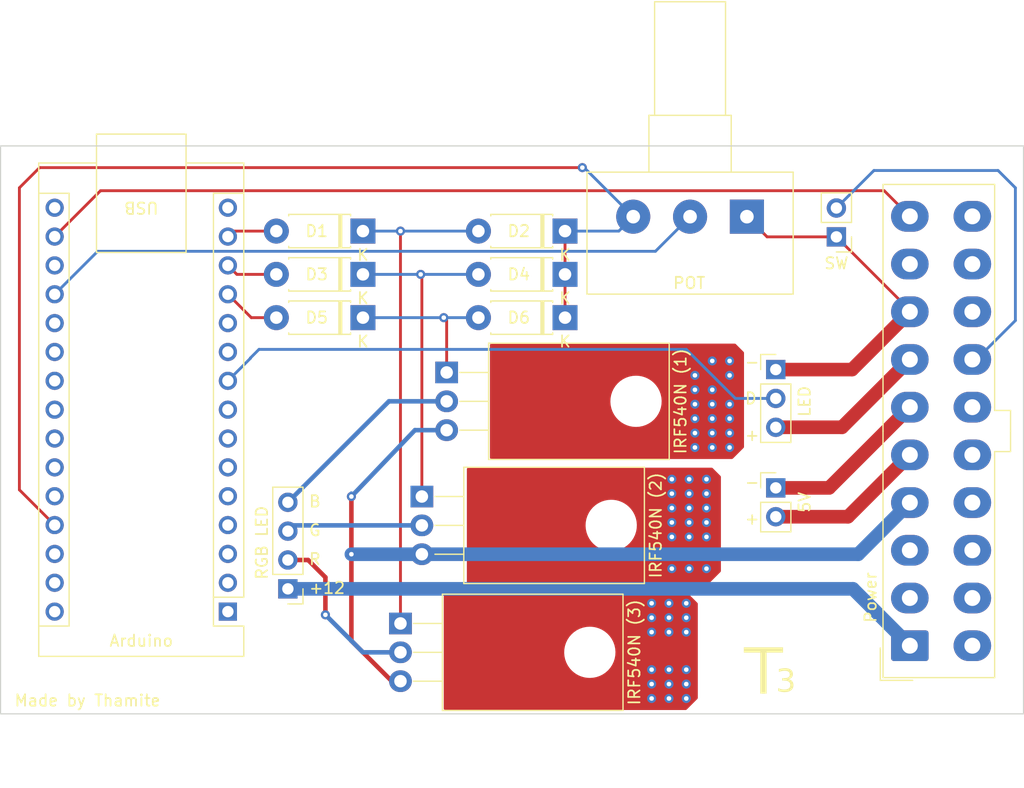
<source format=kicad_pcb>
(kicad_pcb (version 20221018) (generator pcbnew)
  (layers (0 "F.Cu" signal) (31 "B.Cu" signal) (34 "B.Paste" user) (35 "F.Paste" user) (36 "B.SilkS" user "B.Silkscreen") (37 "F.SilkS" user "F.Silkscreen") (38 "B.Mask" user) (39 "F.Mask" user) (44 "Edge.Cuts" user))
  (net 0 "")
  (net 1 "PAD1")
  (net 2 "PAD2")
  (net 3 "PAD3")
  (footprint "Package_TO_SOT_THT:TO-220-3_Horizontal_TabDown" (layer "F.Cu") (at 79.248 59.944 -90)
    (fp_text reference "IRF540N (1)" (at 2.54 -20.58 90) (layer "F.SilkS"))
    (fp_text value "TO-220-3_Horizontal_TabDown")
    (fp_line (start -2.58 -19.58) (end -2.58 -3.69) (stroke (width 0.12)) (layer "F.SilkS"))
    (fp_line (start -2.58 -19.58) (end 7.66 -19.58) (stroke (width 0.12)) (layer "F.SilkS"))
    (fp_line (start -2.58 -3.69) (end 7.66 -3.69) (stroke (width 0.12)) (layer "F.SilkS"))
    (fp_line (start 0 -3.69) (end 0 -1.15) (stroke (width 0.12)) (layer "F.SilkS"))
    (fp_line (start 2.54 -3.69) (end 2.54 -1.15) (stroke (width 0.12)) (layer "F.SilkS"))
    (fp_line (start 5.08 -3.69) (end 5.08 -1.15) (stroke (width 0.12)) (layer "F.SilkS"))
    (fp_line (start 7.66 -19.58) (end 7.66 -3.69) (stroke (width 0.12)) (layer "F.SilkS"))
    (pad "" np_thru_hole oval (at 2.54 -16.66 270) (size 3.5 3.5) (drill 3.5) (layers "*.Cu" "*.Mask"))
    (pad "1" thru_hole rect (at 0 0 270) (size 1.905 2) (drill 1.1) (layers "*.Cu" "*.Mask"))
    (pad "2" thru_hole oval (at 2.54 0 270) (size 1.905 2) (drill 1.1) (layers "*.Cu" "*.Mask"))
    (pad "3" thru_hole oval (at 5.08 0 270) (size 1.905 2) (drill 1.1) (layers "*.Cu" "*.Mask"))
  )
  (footprint "Diode_THT:D_DO-41_SOD81_P7.62mm_Horizontal" (layer "F.Cu") (at 89.662 51.308 180)
    (fp_text reference "D4" (at 4.064 0) (layer "F.SilkS"))
    (fp_text value "D_DO-41_SOD81_P7.62mm_Horizontal")
    (fp_text user "K" (at 0 -2.1) (layer "F.SilkS"))
    (fp_line (start 1.09 -1.47) (end 6.53 -1.47) (stroke (width 0.12)) (layer "F.SilkS"))
    (fp_line (start 1.09 -1.34) (end 1.09 -1.47) (stroke (width 0.12)) (layer "F.SilkS"))
    (fp_line (start 1.09 1.34) (end 1.09 1.47) (stroke (width 0.12)) (layer "F.SilkS"))
    (fp_line (start 1.09 1.47) (end 6.53 1.47) (stroke (width 0.12)) (layer "F.SilkS"))
    (fp_line (start 1.87 -1.47) (end 1.87 1.47) (stroke (width 0.12)) (layer "F.SilkS"))
    (fp_line (start 1.99 -1.47) (end 1.99 1.47) (stroke (width 0.12)) (layer "F.SilkS"))
    (fp_line (start 2.11 -1.47) (end 2.11 1.47) (stroke (width 0.12)) (layer "F.SilkS"))
    (fp_line (start 6.53 -1.47) (end 6.53 -1.34) (stroke (width 0.12)) (layer "F.SilkS"))
    (fp_line (start 6.53 1.47) (end 6.53 1.34) (stroke (width 0.12)) (layer "F.SilkS"))
    (pad "1" thru_hole rect (at 0 0 180) (size 2.2 2.2) (drill 1.1) (layers "*.Cu" "*.Mask"))
    (pad "2" thru_hole oval (at 7.62 0 180) (size 2.2 2.2) (drill 1.1) (layers "*.Cu" "*.Mask"))
  )
  (footprint "Connector_Molex:Molex_Mini-Fit_Jr_5566-20A_2x10_P4.20mm_Vertical" (layer "F.Cu") (at 120 84 90)
    (fp_text reference "Power" (at 4.244 -3.45 90) (layer "F.SilkS"))
    (fp_text value "Molex_Mini-Fit_Jr_5566-20A_2x10_P4.20mm_Vertical")
    (fp_line (start -3.05 -2.6) (end -3.05 0.25) (stroke (width 0.12)) (layer "F.SilkS"))
    (fp_line (start -2.81 -2.36) (end -2.81 7.46) (stroke (width 0.12)) (layer "F.SilkS"))
    (fp_line (start -2.81 7.46) (end 17.09 7.46) (stroke (width 0.12)) (layer "F.SilkS"))
    (fp_line (start -0.2 -2.6) (end -3.05 -2.6) (stroke (width 0.12)) (layer "F.SilkS"))
    (fp_line (start 17.09 7.46) (end 17.09 8.86) (stroke (width 0.12)) (layer "F.SilkS"))
    (fp_line (start 17.09 8.86) (end 18.9 8.86) (stroke (width 0.12)) (layer "F.SilkS"))
    (fp_line (start 18.9 -2.36) (end -2.81 -2.36) (stroke (width 0.12)) (layer "F.SilkS"))
    (fp_line (start 18.9 -2.36) (end 40.61 -2.36) (stroke (width 0.12)) (layer "F.SilkS"))
    (fp_line (start 20.71 7.46) (end 20.71 8.86) (stroke (width 0.12)) (layer "F.SilkS"))
    (fp_line (start 20.71 8.86) (end 18.9 8.86) (stroke (width 0.12)) (layer "F.SilkS"))
    (fp_line (start 40.61 -2.36) (end 40.61 7.46) (stroke (width 0.12)) (layer "F.SilkS"))
    (fp_line (start 40.61 7.46) (end 20.71 7.46) (stroke (width 0.12)) (layer "F.SilkS"))
    (pad "1" thru_hole roundrect (at 0 0 90) (size 2.7 3.3) (drill 1.4) (layers "*.Cu" "*.Mask") (roundrect_rratio 0.09259296296))
    (pad "2" thru_hole oval (at 4.2 0 90) (size 2.7 3.3) (drill 1.4) (layers "*.Cu" "*.Mask"))
    (pad "3" thru_hole oval (at 8.4 0 90) (size 2.7 3.3) (drill 1.4) (layers "*.Cu" "*.Mask"))
    (pad "4" thru_hole oval (at 12.6 0 90) (size 2.7 3.3) (drill 1.4) (layers "*.Cu" "*.Mask"))
    (pad "5" thru_hole oval (at 16.8 0 90) (size 2.7 3.3) (drill 1.4) (layers "*.Cu" "*.Mask"))
    (pad "6" thru_hole oval (at 21 0 90) (size 2.7 3.3) (drill 1.4) (layers "*.Cu" "*.Mask"))
    (pad "7" thru_hole oval (at 25.2 0 90) (size 2.7 3.3) (drill 1.4) (layers "*.Cu" "*.Mask"))
    (pad "8" thru_hole oval (at 29.4 0 90) (size 2.7 3.3) (drill 1.4) (layers "*.Cu" "*.Mask"))
    (pad "9" thru_hole oval (at 33.6 0 90) (size 2.7 3.3) (drill 1.4) (layers "*.Cu" "*.Mask"))
    (pad "10" thru_hole oval (at 37.8 0 90) (size 2.7 3.3) (drill 1.4) (layers "*.Cu" "*.Mask"))
    (pad "11" thru_hole oval (at 0 5.5 90) (size 2.7 3.3) (drill 1.4) (layers "*.Cu" "*.Mask"))
    (pad "12" thru_hole oval (at 4.2 5.5 90) (size 2.7 3.3) (drill 1.4) (layers "*.Cu" "*.Mask"))
    (pad "13" thru_hole oval (at 8.4 5.5 90) (size 2.7 3.3) (drill 1.4) (layers "*.Cu" "*.Mask"))
    (pad "14" thru_hole oval (at 12.6 5.5 90) (size 2.7 3.3) (drill 1.4) (layers "*.Cu" "*.Mask"))
    (pad "15" thru_hole oval (at 16.8 5.5 90) (size 2.7 3.3) (drill 1.4) (layers "*.Cu" "*.Mask"))
    (pad "16" thru_hole oval (at 21 5.5 90) (size 2.7 3.3) (drill 1.4) (layers "*.Cu" "*.Mask"))
    (pad "17" thru_hole oval (at 25.2 5.5 90) (size 2.7 3.3) (drill 1.4) (layers "*.Cu" "*.Mask"))
    (pad "18" thru_hole oval (at 29.4 5.5 90) (size 2.7 3.3) (drill 1.4) (layers "*.Cu" "*.Mask"))
    (pad "19" thru_hole oval (at 33.6 5.5 90) (size 2.7 3.3) (drill 1.4) (layers "*.Cu" "*.Mask"))
    (pad "20" thru_hole oval (at 37.8 5.5 90) (size 2.7 3.3) (drill 1.4) (layers "*.Cu" "*.Mask"))
  )
  (footprint "Connector_PinHeader_2.54mm:PinHeader_1x03_P2.54mm_Vertical" (layer "F.Cu") (at 108.204 59.69)
    (fp_text reference "LED" (at 2.54 2.794 90) (layer "F.SilkS"))
    (fp_text value "PinHeader_1x03_P2.54mm_Vertical")
    (fp_line (start -1.33 -1.33) (end 0 -1.33) (stroke (width 0.12)) (layer "F.SilkS"))
    (fp_line (start -1.33 0) (end -1.33 -1.33) (stroke (width 0.12)) (layer "F.SilkS"))
    (fp_line (start -1.33 1.27) (end -1.33 6.41) (stroke (width 0.12)) (layer "F.SilkS"))
    (fp_line (start -1.33 1.27) (end 1.33 1.27) (stroke (width 0.12)) (layer "F.SilkS"))
    (fp_line (start -1.33 6.41) (end 1.33 6.41) (stroke (width 0.12)) (layer "F.SilkS"))
    (fp_line (start 1.33 1.27) (end 1.33 6.41) (stroke (width 0.12)) (layer "F.SilkS"))
    (pad "1" thru_hole rect (at 0 0) (size 1.7 1.7) (drill 1) (layers "*.Cu" "*.Mask"))
    (pad "2" thru_hole oval (at 0 2.54) (size 1.7 1.7) (drill 1) (layers "*.Cu" "*.Mask"))
    (pad "3" thru_hole oval (at 0 5.08) (size 1.7 1.7) (drill 1) (layers "*.Cu" "*.Mask"))
  )
  (footprint "Module:Arduino_Nano" (layer "F.Cu") (at 60 81 180)
    (fp_text reference "Arduino" (at 7.62 -2.566) (layer "F.SilkS"))
    (fp_text value "Arduino_Nano")
    (fp_text user "USB" (at 7.62 35.56 180 unlocked) (layer "F.SilkS"))
    (fp_line (start -1.4 -3.94) (end -1.4 -1.27) (stroke (width 0.12)) (layer "F.SilkS"))
    (fp_line (start -1.4 1.27) (end -1.4 39.5) (stroke (width 0.12)) (layer "F.SilkS"))
    (fp_line (start -1.4 39.5) (end 3.68 39.5) (stroke (width 0.12)) (layer "F.SilkS"))
    (fp_line (start 1.27 -1.27) (end -1.4 -1.27) (stroke (width 0.12)) (layer "F.SilkS"))
    (fp_line (start 1.27 1.27) (end -1.4 1.27) (stroke (width 0.12)) (layer "F.SilkS"))
    (fp_line (start 1.27 1.27) (end 1.27 -1.27) (stroke (width 0.12)) (layer "F.SilkS"))
    (fp_line (start 1.27 1.27) (end 1.27 36.83) (stroke (width 0.12)) (layer "F.SilkS"))
    (fp_line (start 1.27 36.83) (end -1.4 36.83) (stroke (width 0.12)) (layer "F.SilkS"))
    (fp_line (start 3.68 31.62) (end 11.56 31.62) (stroke (width 0.12)) (layer "F.SilkS"))
    (fp_line (start 3.68 42.04) (end 3.68 31.62) (stroke (width 0.12)) (layer "F.SilkS"))
    (fp_line (start 11.56 31.62) (end 11.56 42.04) (stroke (width 0.12)) (layer "F.SilkS"))
    (fp_line (start 11.56 42.04) (end 3.68 42.04) (stroke (width 0.12)) (layer "F.SilkS"))
    (fp_line (start 13.97 -1.27) (end 13.97 36.83) (stroke (width 0.12)) (layer "F.SilkS"))
    (fp_line (start 13.97 -1.27) (end 16.64 -1.27) (stroke (width 0.12)) (layer "F.SilkS"))
    (fp_line (start 13.97 36.83) (end 16.64 36.83) (stroke (width 0.12)) (layer "F.SilkS"))
    (fp_line (start 16.64 -3.94) (end -1.4 -3.94) (stroke (width 0.12)) (layer "F.SilkS"))
    (fp_line (start 16.64 39.5) (end 11.56 39.5) (stroke (width 0.12)) (layer "F.SilkS"))
    (fp_line (start 16.64 39.5) (end 16.64 -3.94) (stroke (width 0.12)) (layer "F.SilkS"))
    (pad "1" thru_hole rect (at 0 0 180) (size 1.6 1.6) (drill 1) (layers "*.Cu" "*.Mask"))
    (pad "2" thru_hole oval (at 0 2.54 180) (size 1.6 1.6) (drill 1) (layers "*.Cu" "*.Mask"))
    (pad "3" thru_hole oval (at 0 5.08 180) (size 1.6 1.6) (drill 1) (layers "*.Cu" "*.Mask"))
    (pad "4" thru_hole oval (at 0 7.62 180) (size 1.6 1.6) (drill 1) (layers "*.Cu" "*.Mask"))
    (pad "5" thru_hole oval (at 0 10.16 180) (size 1.6 1.6) (drill 1) (layers "*.Cu" "*.Mask"))
    (pad "6" thru_hole oval (at 0 12.7 180) (size 1.6 1.6) (drill 1) (layers "*.Cu" "*.Mask"))
    (pad "7" thru_hole oval (at 0 15.24 180) (size 1.6 1.6) (drill 1) (layers "*.Cu" "*.Mask"))
    (pad "8" thru_hole oval (at 0 17.78 180) (size 1.6 1.6) (drill 1) (layers "*.Cu" "*.Mask"))
    (pad "9" thru_hole oval (at 0 20.32 180) (size 1.6 1.6) (drill 1) (layers "*.Cu" "*.Mask"))
    (pad "10" thru_hole oval (at 0 22.86 180) (size 1.6 1.6) (drill 1) (layers "*.Cu" "*.Mask"))
    (pad "11" thru_hole oval (at 0 25.4 180) (size 1.6 1.6) (drill 1) (layers "*.Cu" "*.Mask"))
    (pad "12" thru_hole oval (at 0 27.94 180) (size 1.6 1.6) (drill 1) (layers "*.Cu" "*.Mask"))
    (pad "13" thru_hole oval (at 0 30.48 180) (size 1.6 1.6) (drill 1) (layers "*.Cu" "*.Mask"))
    (pad "14" thru_hole oval (at 0 33.02 180) (size 1.6 1.6) (drill 1) (layers "*.Cu" "*.Mask"))
    (pad "15" thru_hole oval (at 0 35.56 180) (size 1.6 1.6) (drill 1) (layers "*.Cu" "*.Mask"))
    (pad "16" thru_hole oval (at 15.24 35.56 180) (size 1.6 1.6) (drill 1) (layers "*.Cu" "*.Mask"))
    (pad "17" thru_hole oval (at 15.24 33.02 180) (size 1.6 1.6) (drill 1) (layers "*.Cu" "*.Mask"))
    (pad "18" thru_hole oval (at 15.24 30.48 180) (size 1.6 1.6) (drill 1) (layers "*.Cu" "*.Mask"))
    (pad "19" thru_hole oval (at 15.24 27.94 180) (size 1.6 1.6) (drill 1) (layers "*.Cu" "*.Mask"))
    (pad "20" thru_hole oval (at 15.24 25.4 180) (size 1.6 1.6) (drill 1) (layers "*.Cu" "*.Mask"))
    (pad "21" thru_hole oval (at 15.24 22.86 180) (size 1.6 1.6) (drill 1) (layers "*.Cu" "*.Mask"))
    (pad "22" thru_hole oval (at 15.24 20.32 180) (size 1.6 1.6) (drill 1) (layers "*.Cu" "*.Mask"))
    (pad "23" thru_hole oval (at 15.24 17.78 180) (size 1.6 1.6) (drill 1) (layers "*.Cu" "*.Mask"))
    (pad "24" thru_hole oval (at 15.24 15.24 180) (size 1.6 1.6) (drill 1) (layers "*.Cu" "*.Mask"))
    (pad "25" thru_hole oval (at 15.24 12.7 180) (size 1.6 1.6) (drill 1) (layers "*.Cu" "*.Mask"))
    (pad "26" thru_hole oval (at 15.24 10.16 180) (size 1.6 1.6) (drill 1) (layers "*.Cu" "*.Mask"))
    (pad "27" thru_hole oval (at 15.24 7.62 180) (size 1.6 1.6) (drill 1) (layers "*.Cu" "*.Mask"))
    (pad "28" thru_hole oval (at 15.24 5.08 180) (size 1.6 1.6) (drill 1) (layers "*.Cu" "*.Mask"))
    (pad "29" thru_hole oval (at 15.24 2.54 180) (size 1.6 1.6) (drill 1) (layers "*.Cu" "*.Mask"))
    (pad "30" thru_hole oval (at 15.24 0 180) (size 1.6 1.6) (drill 1) (layers "*.Cu" "*.Mask"))
  )
  (footprint "Diode_THT:D_DO-41_SOD81_P7.62mm_Horizontal" (layer "F.Cu") (at 89.662 47.498 180)
    (fp_text reference "D2" (at 4.064 0) (layer "F.SilkS"))
    (fp_text value "D_DO-41_SOD81_P7.62mm_Horizontal")
    (fp_text user "K" (at 0 -2.1) (layer "F.SilkS"))
    (fp_line (start 1.09 -1.47) (end 6.53 -1.47) (stroke (width 0.12)) (layer "F.SilkS"))
    (fp_line (start 1.09 -1.34) (end 1.09 -1.47) (stroke (width 0.12)) (layer "F.SilkS"))
    (fp_line (start 1.09 1.34) (end 1.09 1.47) (stroke (width 0.12)) (layer "F.SilkS"))
    (fp_line (start 1.09 1.47) (end 6.53 1.47) (stroke (width 0.12)) (layer "F.SilkS"))
    (fp_line (start 1.87 -1.47) (end 1.87 1.47) (stroke (width 0.12)) (layer "F.SilkS"))
    (fp_line (start 1.99 -1.47) (end 1.99 1.47) (stroke (width 0.12)) (layer "F.SilkS"))
    (fp_line (start 2.11 -1.47) (end 2.11 1.47) (stroke (width 0.12)) (layer "F.SilkS"))
    (fp_line (start 6.53 -1.47) (end 6.53 -1.34) (stroke (width 0.12)) (layer "F.SilkS"))
    (fp_line (start 6.53 1.47) (end 6.53 1.34) (stroke (width 0.12)) (layer "F.SilkS"))
    (pad "1" thru_hole rect (at 0 0 180) (size 2.2 2.2) (drill 1.1) (layers "*.Cu" "*.Mask"))
    (pad "2" thru_hole oval (at 7.62 0 180) (size 2.2 2.2) (drill 1.1) (layers "*.Cu" "*.Mask"))
  )
  (footprint "Diode_THT:D_DO-41_SOD81_P7.62mm_Horizontal" (layer "F.Cu") (at 71.882 55.118 180)
    (fp_text reference "D5" (at 4.064 0) (layer "F.SilkS"))
    (fp_text value "D_DO-41_SOD81_P7.62mm_Horizontal")
    (fp_text user "K" (at 0 -2.1) (layer "F.SilkS"))
    (fp_line (start 1.09 -1.47) (end 6.53 -1.47) (stroke (width 0.12)) (layer "F.SilkS"))
    (fp_line (start 1.09 -1.34) (end 1.09 -1.47) (stroke (width 0.12)) (layer "F.SilkS"))
    (fp_line (start 1.09 1.34) (end 1.09 1.47) (stroke (width 0.12)) (layer "F.SilkS"))
    (fp_line (start 1.09 1.47) (end 6.53 1.47) (stroke (width 0.12)) (layer "F.SilkS"))
    (fp_line (start 1.87 -1.47) (end 1.87 1.47) (stroke (width 0.12)) (layer "F.SilkS"))
    (fp_line (start 1.99 -1.47) (end 1.99 1.47) (stroke (width 0.12)) (layer "F.SilkS"))
    (fp_line (start 2.11 -1.47) (end 2.11 1.47) (stroke (width 0.12)) (layer "F.SilkS"))
    (fp_line (start 6.53 -1.47) (end 6.53 -1.34) (stroke (width 0.12)) (layer "F.SilkS"))
    (fp_line (start 6.53 1.47) (end 6.53 1.34) (stroke (width 0.12)) (layer "F.SilkS"))
    (pad "1" thru_hole rect (at 0 0 180) (size 2.2 2.2) (drill 1.1) (layers "*.Cu" "*.Mask"))
    (pad "2" thru_hole oval (at 7.62 0 180) (size 2.2 2.2) (drill 1.1) (layers "*.Cu" "*.Mask"))
  )
  (footprint "Connector_PinHeader_2.54mm:PinHeader_1x04_P2.54mm_Vertical" (layer "F.Cu") (at 65.278 78.994 180)
    (fp_text reference "RGB LED" (at 2.286 4.064 90) (layer "F.SilkS"))
    (fp_text value "PinHeader_1x04_P2.54mm_Vertical")
    (fp_line (start -1.33 -1.33) (end 0 -1.33) (stroke (width 0.12)) (layer "F.SilkS"))
    (fp_line (start -1.33 0) (end -1.33 -1.33) (stroke (width 0.12)) (layer "F.SilkS"))
    (fp_line (start -1.33 1.27) (end -1.33 8.95) (stroke (width 0.12)) (layer "F.SilkS"))
    (fp_line (start -1.33 1.27) (end 1.33 1.27) (stroke (width 0.12)) (layer "F.SilkS"))
    (fp_line (start -1.33 8.95) (end 1.33 8.95) (stroke (width 0.12)) (layer "F.SilkS"))
    (fp_line (start 1.33 1.27) (end 1.33 8.95) (stroke (width 0.12)) (layer "F.SilkS"))
    (pad "1" thru_hole rect (at 0 0 180) (size 1.7 1.7) (drill 1) (layers "*.Cu" "*.Mask"))
    (pad "2" thru_hole oval (at 0 2.54 180) (size 1.7 1.7) (drill 1) (layers "*.Cu" "*.Mask"))
    (pad "3" thru_hole oval (at 0 5.08 180) (size 1.7 1.7) (drill 1) (layers "*.Cu" "*.Mask"))
    (pad "4" thru_hole oval (at 0 7.62 180) (size 1.7 1.7) (drill 1) (layers "*.Cu" "*.Mask"))
  )
  (footprint "Package_TO_SOT_THT:TO-220-3_Horizontal_TabDown" (layer "F.Cu") (at 77.066 70.866 -90)
    (fp_text reference "IRF540N (2)" (at 2.54 -20.58 90) (layer "F.SilkS"))
    (fp_text value "TO-220-3_Horizontal_TabDown")
    (fp_line (start -2.58 -19.58) (end -2.58 -3.69) (stroke (width 0.12)) (layer "F.SilkS"))
    (fp_line (start -2.58 -19.58) (end 7.66 -19.58) (stroke (width 0.12)) (layer "F.SilkS"))
    (fp_line (start -2.58 -3.69) (end 7.66 -3.69) (stroke (width 0.12)) (layer "F.SilkS"))
    (fp_line (start 0 -3.69) (end 0 -1.15) (stroke (width 0.12)) (layer "F.SilkS"))
    (fp_line (start 2.54 -3.69) (end 2.54 -1.15) (stroke (width 0.12)) (layer "F.SilkS"))
    (fp_line (start 5.08 -3.69) (end 5.08 -1.15) (stroke (width 0.12)) (layer "F.SilkS"))
    (fp_line (start 7.66 -19.58) (end 7.66 -3.69) (stroke (width 0.12)) (layer "F.SilkS"))
    (pad "" np_thru_hole oval (at 2.54 -16.66 270) (size 3.5 3.5) (drill 3.5) (layers "*.Cu" "*.Mask"))
    (pad "1" thru_hole rect (at 0 0 270) (size 1.905 2) (drill 1.1) (layers "*.Cu" "*.Mask"))
    (pad "2" thru_hole oval (at 2.54 0 270) (size 1.905 2) (drill 1.1) (layers "*.Cu" "*.Mask"))
    (pad "3" thru_hole oval (at 5.08 0 270) (size 1.905 2) (drill 1.1) (layers "*.Cu" "*.Mask"))
  )
  (footprint "Potentiometer_THT:Potentiometer_Alps_RK163_Single_Horizontal" (layer "F.Cu") (at 105.664 46.228 -90)
    (fp_text reference "POT" (at 5.842 5.08) (layer "F.SilkS"))
    (fp_text value "Potentiometer_Alps_RK163_Single_Horizontal")
    (fp_line (start -18.92 8.12) (end -18.92 1.88) (stroke (width 0.12)) (layer "F.SilkS"))
    (fp_line (start -8.92 1.88) (end -18.92 1.88) (stroke (width 0.12)) (layer "F.SilkS"))
    (fp_line (start -8.92 8.12) (end -18.92 8.12) (stroke (width 0.12)) (layer "F.SilkS"))
    (fp_line (start -8.92 8.62) (end -8.92 1.38) (stroke (width 0.12)) (layer "F.SilkS"))
    (fp_line (start -3.92 1.38) (end -8.92 1.38) (stroke (width 0.12)) (layer "F.SilkS"))
    (fp_line (start -3.92 8.62) (end -8.92 8.62) (stroke (width 0.12)) (layer "F.SilkS"))
    (fp_line (start -3.92 14.07) (end -3.92 -4.07) (stroke (width 0.12)) (layer "F.SilkS"))
    (fp_line (start 6.82 -4.07) (end -3.92 -4.07) (stroke (width 0.12)) (layer "F.SilkS"))
    (fp_line (start 6.82 14.07) (end -3.92 14.07) (stroke (width 0.12)) (layer "F.SilkS"))
    (fp_line (start 6.82 14.07) (end 6.82 -4.07) (stroke (width 0.12)) (layer "F.SilkS"))
    (pad "1" thru_hole rect (at 0 0 90) (size 3 3) (drill 1.2) (layers "*.Cu" "*.Mask"))
    (pad "2" thru_hole circle (at 0 5 90) (size 3 3) (drill 1.2) (layers "*.Cu" "*.Mask"))
    (pad "3" thru_hole circle (at 0 10 90) (size 3 3) (drill 1.2) (layers "*.Cu" "*.Mask"))
  )
  (footprint "Connector_PinHeader_2.54mm:PinHeader_1x02_P2.54mm_Vertical" (layer "F.Cu") (at 108.204 70.104)
    (fp_text reference "5V" (at 2.54 1.27 90) (layer "F.SilkS"))
    (fp_text value "PinHeader_1x02_P2.54mm_Vertical")
    (fp_line (start -1.33 -1.33) (end 0 -1.33) (stroke (width 0.12)) (layer "F.SilkS"))
    (fp_line (start -1.33 0) (end -1.33 -1.33) (stroke (width 0.12)) (layer "F.SilkS"))
    (fp_line (start -1.33 1.27) (end -1.33 3.87) (stroke (width 0.12)) (layer "F.SilkS"))
    (fp_line (start -1.33 1.27) (end 1.33 1.27) (stroke (width 0.12)) (layer "F.SilkS"))
    (fp_line (start -1.33 3.87) (end 1.33 3.87) (stroke (width 0.12)) (layer "F.SilkS"))
    (fp_line (start 1.33 1.27) (end 1.33 3.87) (stroke (width 0.12)) (layer "F.SilkS"))
    (pad "1" thru_hole rect (at 0 0) (size 1.7 1.7) (drill 1) (layers "*.Cu" "*.Mask"))
    (pad "2" thru_hole oval (at 0 2.54) (size 1.7 1.7) (drill 1) (layers "*.Cu" "*.Mask"))
  )
  (footprint "Connector_PinHeader_2.54mm:PinHeader_1x02_P2.54mm_Vertical" (layer "F.Cu") (at 113.538 48.006 180)
    (fp_text reference "SW" (at 0 -2.33) (layer "F.SilkS"))
    (fp_text value "Switch")
    (fp_line (start -1.33 -1.33) (end 0 -1.33) (stroke (width 0.12)) (layer "F.SilkS"))
    (fp_line (start -1.33 0) (end -1.33 -1.33) (stroke (width 0.12)) (layer "F.SilkS"))
    (fp_line (start -1.33 1.27) (end -1.33 3.87) (stroke (width 0.12)) (layer "F.SilkS"))
    (fp_line (start -1.33 1.27) (end 1.33 1.27) (stroke (width 0.12)) (layer "F.SilkS"))
    (fp_line (start -1.33 3.87) (end 1.33 3.87) (stroke (width 0.12)) (layer "F.SilkS"))
    (fp_line (start 1.33 1.27) (end 1.33 3.87) (stroke (width 0.12)) (layer "F.SilkS"))
    (pad "1" thru_hole rect (at 0 0 180) (size 1.7 1.7) (drill 1) (layers "*.Cu" "*.Mask"))
    (pad "2" thru_hole oval (at 0 2.54 180) (size 1.7 1.7) (drill 1) (layers "*.Cu" "*.Mask"))
  )
  (footprint "Package_TO_SOT_THT:TO-220-3_Horizontal_TabDown" (layer "F.Cu") (at 75.184 82.042 -90)
    (fp_text reference "IRF540N (3)" (at 2.54 -20.58 90) (layer "F.SilkS"))
    (fp_text value "TO-220-3_Horizontal_TabDown")
    (fp_line (start -2.58 -19.58) (end -2.58 -3.69) (stroke (width 0.12)) (layer "F.SilkS"))
    (fp_line (start -2.58 -19.58) (end 7.66 -19.58) (stroke (width 0.12)) (layer "F.SilkS"))
    (fp_line (start -2.58 -3.69) (end 7.66 -3.69) (stroke (width 0.12)) (layer "F.SilkS"))
    (fp_line (start 0 -3.69) (end 0 -1.15) (stroke (width 0.12)) (layer "F.SilkS"))
    (fp_line (start 2.54 -3.69) (end 2.54 -1.15) (stroke (width 0.12)) (layer "F.SilkS"))
    (fp_line (start 5.08 -3.69) (end 5.08 -1.15) (stroke (width 0.12)) (layer "F.SilkS"))
    (fp_line (start 7.66 -19.58) (end 7.66 -3.69) (stroke (width 0.12)) (layer "F.SilkS"))
    (pad "" np_thru_hole oval (at 2.54 -16.66 270) (size 3.5 3.5) (drill 3.5) (layers "*.Cu" "*.Mask"))
    (pad "1" thru_hole rect (at 0 0 270) (size 1.905 2) (drill 1.1) (layers "*.Cu" "*.Mask"))
    (pad "2" thru_hole oval (at 2.54 0 270) (size 1.905 2) (drill 1.1) (layers "*.Cu" "*.Mask"))
    (pad "3" thru_hole oval (at 5.08 0 270) (size 1.905 2) (drill 1.1) (layers "*.Cu" "*.Mask"))
  )
  (footprint "Diode_THT:D_DO-41_SOD81_P7.62mm_Horizontal" (layer "F.Cu") (at 71.882 51.308 180)
    (fp_text reference "D3" (at 4.064 0) (layer "F.SilkS"))
    (fp_text value "D_DO-41_SOD81_P7.62mm_Horizontal")
    (fp_text user "K" (at 0 -2.1) (layer "F.SilkS"))
    (fp_line (start 1.09 -1.47) (end 6.53 -1.47) (stroke (width 0.12)) (layer "F.SilkS"))
    (fp_line (start 1.09 -1.34) (end 1.09 -1.47) (stroke (width 0.12)) (layer "F.SilkS"))
    (fp_line (start 1.09 1.34) (end 1.09 1.47) (stroke (width 0.12)) (layer "F.SilkS"))
    (fp_line (start 1.09 1.47) (end 6.53 1.47) (stroke (width 0.12)) (layer "F.SilkS"))
    (fp_line (start 1.87 -1.47) (end 1.87 1.47) (stroke (width 0.12)) (layer "F.SilkS"))
    (fp_line (start 1.99 -1.47) (end 1.99 1.47) (stroke (width 0.12)) (layer "F.SilkS"))
    (fp_line (start 2.11 -1.47) (end 2.11 1.47) (stroke (width 0.12)) (layer "F.SilkS"))
    (fp_line (start 6.53 -1.47) (end 6.53 -1.34) (stroke (width 0.12)) (layer "F.SilkS"))
    (fp_line (start 6.53 1.47) (end 6.53 1.34) (stroke (width 0.12)) (layer "F.SilkS"))
    (pad "1" thru_hole rect (at 0 0 180) (size 2.2 2.2) (drill 1.1) (layers "*.Cu" "*.Mask"))
    (pad "2" thru_hole oval (at 7.62 0 180) (size 2.2 2.2) (drill 1.1) (layers "*.Cu" "*.Mask"))
  )
  (footprint "Diode_THT:D_DO-41_SOD81_P7.62mm_Horizontal" (layer "F.Cu") (at 71.882 47.498 180)
    (fp_text reference "D1" (at 4.064 0) (layer "F.SilkS"))
    (fp_text value "D_DO-41_SOD81_P7.62mm_Horizontal")
    (fp_text user "K" (at 0 -2.1) (layer "F.SilkS"))
    (fp_line (start 1.09 -1.47) (end 6.53 -1.47) (stroke (width 0.12)) (layer "F.SilkS"))
    (fp_line (start 1.09 -1.34) (end 1.09 -1.47) (stroke (width 0.12)) (layer "F.SilkS"))
    (fp_line (start 1.09 1.34) (end 1.09 1.47) (stroke (width 0.12)) (layer "F.SilkS"))
    (fp_line (start 1.09 1.47) (end 6.53 1.47) (stroke (width 0.12)) (layer "F.SilkS"))
    (fp_line (start 1.87 -1.47) (end 1.87 1.47) (stroke (width 0.12)) (layer "F.SilkS"))
    (fp_line (start 1.99 -1.47) (end 1.99 1.47) (stroke (width 0.12)) (layer "F.SilkS"))
    (fp_line (start 2.11 -1.47) (end 2.11 1.47) (stroke (width 0.12)) (layer "F.SilkS"))
    (fp_line (start 6.53 -1.47) (end 6.53 -1.34) (stroke (width 0.12)) (layer "F.SilkS"))
    (fp_line (start 6.53 1.47) (end 6.53 1.34) (stroke (width 0.12)) (layer "F.SilkS"))
    (pad "1" thru_hole rect (at 0 0 180) (size 2.2 2.2) (drill 1.1) (layers "*.Cu" "*.Mask"))
    (pad "2" thru_hole oval (at 7.62 0 180) (size 2.2 2.2) (drill 1.1) (layers "*.Cu" "*.Mask"))
  )
  (footprint "Diode_THT:D_DO-41_SOD81_P7.62mm_Horizontal" (layer "F.Cu") (at 89.662 55.118 180)
    (fp_text reference "D6" (at 4.064 0) (layer "F.SilkS"))
    (fp_text value "D_DO-41_SOD81_P7.62mm_Horizontal")
    (fp_text user "K" (at 0 -2.1) (layer "F.SilkS"))
    (fp_line (start 1.09 -1.47) (end 6.53 -1.47) (stroke (width 0.12)) (layer "F.SilkS"))
    (fp_line (start 1.09 -1.34) (end 1.09 -1.47) (stroke (width 0.12)) (layer "F.SilkS"))
    (fp_line (start 1.09 1.34) (end 1.09 1.47) (stroke (width 0.12)) (layer "F.SilkS"))
    (fp_line (start 1.09 1.47) (end 6.53 1.47) (stroke (width 0.12)) (layer "F.SilkS"))
    (fp_line (start 1.87 -1.47) (end 1.87 1.47) (stroke (width 0.12)) (layer "F.SilkS"))
    (fp_line (start 1.99 -1.47) (end 1.99 1.47) (stroke (width 0.12)) (layer "F.SilkS"))
    (fp_line (start 2.11 -1.47) (end 2.11 1.47) (stroke (width 0.12)) (layer "F.SilkS"))
    (fp_line (start 6.53 -1.47) (end 6.53 -1.34) (stroke (width 0.12)) (layer "F.SilkS"))
    (fp_line (start 6.53 1.47) (end 6.53 1.34) (stroke (width 0.12)) (layer "F.SilkS"))
    (pad "1" thru_hole rect (at 0 0 180) (size 2.2 2.2) (drill 1.1) (layers "*.Cu" "*.Mask"))
    (pad "2" thru_hole oval (at 7.62 0 180) (size 2.2 2.2) (drill 1.1) (layers "*.Cu" "*.Mask"))
  )
  (gr_rect locked (start 40 40) (end 130 90) (stroke (width 0.1)) (fill none) (layer "Edge.Cuts"))
  (gr_text "-\n\n+" (at 105.41 73.406) (layer "F.SilkS") (effects (font (size 1 1)) (justify left bottom)))
  (gr_text "3" (at 108.204 88.392) (layer "F.SilkS") (effects (font (size 2 2)) (justify left bottom)))
  (gr_text "Made by Thamite" (at 41.148 89.408) (layer "F.SilkS") (effects (font (size 1 1)) (justify left bottom)))
  (gr_text "-\n\nD\n\n+\n" (at 105.41 66.04) (layer "F.SilkS") (effects (font (size 1 1)) (justify left bottom)))
  (gr_text "G\n" (at 67.056 74.422) (layer "F.SilkS") (effects (font (size 1 1)) (justify left bottom)))
  (gr_text "R" (at 67.056 76.962) (layer "F.SilkS") (effects (font (size 1 1)) (justify left bottom)))
  (gr_text "B" (at 67.056 71.882) (layer "F.SilkS") (effects (font (size 1 1)) (justify left bottom)))
  (gr_text "+12" (at 67.056 79.502) (layer "F.SilkS") (effects (font (size 1 1)) (justify left bottom)))
  (gr_text "T" (at 105.41 88.9) (layer "F.SilkS") (effects (font (size 4 4)) (justify left bottom)))
  (segment (start 120 46.2) (end 117.742 43.942) (width 0.25) (layer "F.Cu") (net 0))
  (segment (start 64.262 55.118) (end 62.058 55.118) (width 0.25) (layer "F.Cu") (net 0))
  (segment (start 89.662 55.118) (end 89.662 51.308) (width 0.25) (layer "F.Cu") (net 0))
  (segment (start 113.538 48.006) (end 120 54.468) (width 0.25) (layer "F.Cu") (net 0))
  (segment (start 67.056 76.454) (end 65.278 76.454) (width 0.4) (layer "F.Cu") (net 0))
  (segment (start 64.262 51.308) (end 60.788 51.308) (width 0.25) (layer "F.Cu") (net 0))
  (segment (start 108.204 64.77) (end 114.03 64.77) (width 1.2) (layer "F.Cu") (net 0))
  (segment (start 70.866 83.566) (end 70.866 75.946) (width 0.4) (layer "F.Cu") (net 0))
  (segment (start 75.184 87.122) (end 74.422 87.122) (width 0.4) (layer "F.Cu") (net 0))
  (segment (start 108.204 70.104) (end 112.896 70.104) (width 1.2) (layer "F.Cu") (net 0))
  (segment (start 64.262 47.498) (end 60.482 47.498) (width 0.25) (layer "F.Cu") (net 0))
  (segment (start 114.91 59.69) (end 120 54.6) (width 1.2) (layer "F.Cu") (net 0))
  (segment (start 91.186 41.91) (end 43.434 41.91) (width 0.25) (layer "F.Cu") (net 0))
  (segment (start 114.03 64.77) (end 120 58.8) (width 1.2) (layer "F.Cu") (net 0))
  (segment (start 60.172 53.06) (end 60 53.06) (width 0.25) (layer "F.Cu") (net 0))
  (segment (start 112.896 70.104) (end 120 63) (width 1.2) (layer "F.Cu") (net 0))
  (segment (start 62.058 55.118) (end 60 53.06) (width 0.25) (layer "F.Cu") (net 0))
  (segment (start 48.798 43.942) (end 44.76 47.98) (width 0.25) (layer "F.Cu") (net 0))
  (segment (start 68.58 81.28) (end 68.58 77.978) (width 0.4) (layer "F.Cu") (net 0))
  (segment (start 79.248 55.372) (end 79.248 59.944) (width 0.25) (layer "F.Cu") (net 0))
  (segment (start 43.434 41.91) (end 41.656 43.688) (width 0.25) (layer "F.Cu") (net 0))
  (segment (start 89.662 47.498) (end 89.662 51.308) (width 0.25) (layer "F.Cu") (net 0))
  (segment (start 100.664 46.228) (end 100.664 46.402) (width 0.25) (layer "F.Cu") (net 0))
  (segment (start 41.656 70.276) (end 44.76 73.38) (width 0.25) (layer "F.Cu") (net 0))
  (segment (start 41.656 43.688) (end 41.656 70.276) (width 0.25) (layer "F.Cu") (net 0))
  (segment (start 75.184 47.498) (end 75.184 82.042) (width 0.25) (layer "F.Cu") (net 0))
  (segment (start 108.204 72.644) (end 114.556 72.644) (width 1.2) (layer "F.Cu") (net 0))
  (segment (start 117.742 43.942) (end 48.798 43.942) (width 0.25) (layer "F.Cu") (net 0))
  (segment (start 108.204 59.69) (end 114.91 59.69) (width 1.2) (layer "F.Cu") (net 0))
  (segment (start 74.422 87.122) (end 70.866 83.566) (width 0.4) (layer "F.Cu") (net 0))
  (segment (start 76.962 51.308) (end 77.066 51.412) (width 0.25) (layer "F.Cu") (net 0))
  (segment (start 60.788 51.308) (end 60 50.52) (width 0.25) (layer "F.Cu") (net 0))
  (segment (start 68.58 77.978) (end 67.056 76.454) (width 0.4) (layer "F.Cu") (net 0))
  (segment (start 60.482 47.498) (end 60 47.98) (width 0.25) (layer "F.Cu") (net 0))
  (segment (start 119.874 58.674) (end 120 58.8) (width 0.25) (layer "F.Cu") (net 0))
  (segment (start 77.066 51.412) (end 77.066 70.866) (width 0.25) (layer "F.Cu") (net 0))
  (segment (start 114.556 72.644) (end 120 67.2) (width 1.2) (layer "F.Cu") (net 0))
  (segment (start 113.538 48.006) (end 107.442 48.006) (width 0.25) (layer "F.Cu") (net 0))
  (segment (start 107.442 48.006) (end 105.664 46.228) (width 0.25) (layer "F.Cu") (net 0))
  (segment (start 78.994 55.118) (end 79.248 55.372) (width 0.25) (layer "F.Cu") (net 0))
  (segment (start 120 54.468) (end 120 54.6) (width 0.25) (layer "F.Cu") (net 0))
  (segment (start 70.866 70.866) (end 70.866 75.946) (width 0.4) (layer "F.Cu") (net 0))
  (via (at 91.186 41.91) (size 0.8) (drill 0.4) (layers "F.Cu" "B.Cu") (net 0))
  (via (at 75.184 47.498) (size 0.8) (drill 0.4) (layers "F.Cu" "B.Cu") (net 0))
  (via (at 70.866 70.866) (size 0.8) (drill 0.4) (layers "F.Cu" "B.Cu") (net 0))
  (via (at 76.962 51.308) (size 0.8) (drill 0.4) (layers "F.Cu" "B.Cu") (net 0))
  (via (at 68.58 81.28) (size 0.8) (drill 0.4) (layers "F.Cu" "B.Cu") (net 0))
  (via (at 70.866 75.946) (size 0.8) (drill 0.4) (layers "F.Cu" "B.Cu") (net 0))
  (via (at 78.994 55.118) (size 0.8) (drill 0.4) (layers "F.Cu" "B.Cu") (net 0))
  (segment (start 48.544 49.276) (end 44.76 53.06) (width 0.25) (layer "B.Cu") (net 0))
  (segment (start 75.184 47.498) (end 82.042 47.498) (width 0.25) (layer "B.Cu") (net 0))
  (segment (start 95.664 46.228) (end 91.346 41.91) (width 0.25) (layer "B.Cu") (net 0))
  (segment (start 71.882 51.308) (end 76.962 51.308) (width 0.25) (layer "B.Cu") (net 0))
  (segment (start 78.994 55.118) (end 82.042 55.118) (width 0.25) (layer "B.Cu") (net 0))
  (segment (start 94.394 47.498) (end 95.664 46.228) (width 0.25) (layer "B.Cu") (net 0))
  (segment (start 65.278 78.994) (end 114.994 78.994) (width 1.2) (layer "B.Cu") (net 0))
  (segment (start 129.286 55.372) (end 125.858 58.8) (width 0.25) (layer "B.Cu") (net 0))
  (segment (start 104.648 62.23) (end 108.204 62.23) (width 0.25) (layer "B.Cu") (net 0))
  (segment (start 62.738 57.912) (end 100.33 57.912) (width 0.25) (layer "B.Cu") (net 0))
  (segment (start 71.882 84.582) (end 75.184 84.582) (width 0.4) (layer "B.Cu") (net 0))
  (segment (start 76.962 51.308) (end 82.042 51.308) (width 0.25) (layer "B.Cu") (net 0))
  (segment (start 97.616 49.276) (end 48.544 49.276) (width 0.25) (layer "B.Cu") (net 0))
  (segment (start 71.882 47.498) (end 75.184 47.498) (width 0.25) (layer "B.Cu") (net 0))
  (segment (start 74.168 62.484) (end 65.278 71.374) (width 0.4) (layer "B.Cu") (net 0))
  (segment (start 65.786 73.406) (end 65.278 73.914) (width 0.4) (layer "B.Cu") (net 0))
  (segment (start 116.84 42.164) (end 127.762 42.164) (width 0.25) (layer "B.Cu") (net 0))
  (segment (start 114.994 78.994) (end 120 84) (width 1.2) (layer "B.Cu") (net 0))
  (segment (start 70.866 70.866) (end 70.866 70.612) (width 0.4) (layer "B.Cu") (net 0))
  (segment (start 125.858 58.8) (end 125.5 58.8) (width 0.25) (layer "B.Cu") (net 0))
  (segment (start 77.066 75.946) (end 115.454 75.946) (width 1.2) (layer "B.Cu") (net 0))
  (segment (start 77.066 75.946) (end 70.866 75.946) (width 1.2) (layer "B.Cu") (net 0))
  (segment (start 71.882 55.118) (end 78.994 55.118) (width 0.25) (layer "B.Cu") (net 0))
  (segment (start 91.346 41.91) (end 91.186 41.91) (width 0.25) (layer "B.Cu") (net 0))
  (segment (start 60 60.68) (end 61.976 58.704) (width 0.25) (layer "B.Cu") (net 0))
  (segment (start 100.664 46.228) (end 97.616 49.276) (width 0.25) (layer "B.Cu") (net 0))
  (segment (start 77.066 73.406) (end 65.786 73.406) (width 0.4) (layer "B.Cu") (net 0))
  (segment (start 76.454 65.024) (end 70.866 70.866) (width 0.4) (layer "B.Cu") (net 0))
  (segment (start 115.454 75.946) (end 120 71.4) (width 1.2) (layer "B.Cu") (net 0))
  (segment (start 68.58 81.28) (end 71.882 84.582) (width 0.4) (layer "B.Cu") (net 0))
  (segment (start 61.976 58.704) (end 61.976 58.674) (width 0.25) (layer "B.Cu") (net 0))
  (segment (start 127.762 42.164) (end 129.286 43.688) (width 0.25) (layer "B.Cu") (net 0))
  (segment (start 100.33 57.912) (end 104.648 62.23) (width 0.25) (layer "B.Cu") (net 0))
  (segment (start 113.538 45.466) (end 116.84 42.164) (width 0.25) (layer "B.Cu") (net 0))
  (segment (start 129.286 43.688) (end 129.286 55.372) (width 0.25) (layer "B.Cu") (net 0))
  (segment (start 89.662 47.498) (end 94.394 47.498) (width 0.25) (layer "B.Cu") (net 0))
  (segment (start 79.248 62.484) (end 74.168 62.484) (width 0.4) (layer "B.Cu") (net 0))
  (segment (start 61.976 58.674) (end 62.738 57.912) (width 0.25) (layer "B.Cu") (net 0))
  (segment (start 79.248 65.024) (end 76.454 65.024) (width 0.4) (layer "B.Cu") (net 0))
  (via (at 101.092 60.198) (size 0.8) (drill 0.4) (layers "F.Cu" "B.Cu") (net 1))
  (via (at 104.14 65.278) (size 0.8) (drill 0.4) (layers "F.Cu" "B.Cu") (net 1))
  (via (at 102.616 61.468) (size 0.8) (drill 0.4) (layers "F.Cu" "B.Cu") (net 1))
  (via (at 104.14 58.928) (size 0.8) (drill 0.4) (layers "F.Cu" "B.Cu") (net 1))
  (via (at 101.092 65.278) (size 0.8) (drill 0.4) (layers "F.Cu" "B.Cu") (net 1))
  (via (at 102.616 64.008) (size 0.8) (drill 0.4) (layers "F.Cu" "B.Cu") (net 1))
  (via (at 104.14 62.738) (size 0.8) (drill 0.4) (layers "F.Cu" "B.Cu") (net 1))
  (via (at 102.616 58.928) (size 0.8) (drill 0.4) (layers "F.Cu" "B.Cu") (net 1))
  (via (at 101.092 62.738) (size 0.8) (drill 0.4) (layers "F.Cu" "B.Cu") (net 1))
  (via (at 102.616 66.548) (size 0.8) (drill 0.4) (layers "F.Cu" "B.Cu") (net 1))
  (via (at 104.14 66.548) (size 0.8) (drill 0.4) (layers "F.Cu" "B.Cu") (net 1))
  (via (at 102.616 65.278) (size 0.8) (drill 0.4) (layers "F.Cu" "B.Cu") (net 1))
  (via (at 104.14 64.008) (size 0.8) (drill 0.4) (layers "F.Cu" "B.Cu") (net 1))
  (via (at 101.092 64.008) (size 0.8) (drill 0.4) (layers "F.Cu" "B.Cu") (net 1))
  (via (at 101.092 61.468) (size 0.8) (drill 0.4) (layers "F.Cu" "B.Cu") (net 1))
  (via (at 104.14 60.198) (size 0.8) (drill 0.4) (layers "F.Cu" "B.Cu") (net 1))
  (via (at 101.092 66.548) (size 0.8) (drill 0.4) (layers "F.Cu" "B.Cu") (net 1))
  (via (at 102.616 62.738) (size 0.8) (drill 0.4) (layers "F.Cu" "B.Cu") (net 1))
  (via (at 100.584 69.342) (size 0.8) (drill 0.4) (layers "F.Cu" "B.Cu") (net 2))
  (via (at 100.584 73.152) (size 0.8) (drill 0.4) (layers "F.Cu" "B.Cu") (net 2))
  (via (at 102.108 71.882) (size 0.8) (drill 0.4) (layers "F.Cu" "B.Cu") (net 2))
  (via (at 100.584 70.612) (size 0.8) (drill 0.4) (layers "F.Cu" "B.Cu") (net 2))
  (via (at 102.108 77.216) (size 0.8) (drill 0.4) (layers "F.Cu" "B.Cu") (net 2))
  (via (at 99.06 69.342) (size 0.8) (drill 0.4) (layers "F.Cu" "B.Cu") (net 2))
  (via (at 102.108 73.152) (size 0.8) (drill 0.4) (layers "F.Cu" "B.Cu") (net 2))
  (via (at 99.06 73.152) (size 0.8) (drill 0.4) (layers "F.Cu" "B.Cu") (net 2))
  (via (at 102.108 70.612) (size 0.8) (drill 0.4) (layers "F.Cu" "B.Cu") (net 2))
  (via (at 99.06 70.612) (size 0.8) (drill 0.4) (layers "F.Cu" "B.Cu") (net 2))
  (via (at 102.108 74.422) (size 0.8) (drill 0.4) (layers "F.Cu" "B.Cu") (net 2))
  (via (at 100.584 71.882) (size 0.8) (drill 0.4) (layers "F.Cu" "B.Cu") (net 2))
  (via (at 100.584 77.216) (size 0.8) (drill 0.4) (layers "F.Cu" "B.Cu") (net 2))
  (via (at 99.06 71.882) (size 0.8) (drill 0.4) (layers "F.Cu" "B.Cu") (net 2))
  (via (at 100.584 74.422) (size 0.8) (drill 0.4) (layers "F.Cu" "B.Cu") (net 2))
  (via (at 99.06 77.216) (size 0.8) (drill 0.4) (layers "F.Cu" "B.Cu") (net 2))
  (via (at 99.06 74.422) (size 0.8) (drill 0.4) (layers "F.Cu" "B.Cu") (net 2))
  (via (at 102.108 69.342) (size 0.8) (drill 0.4) (layers "F.Cu" "B.Cu") (net 2))
  (via (at 100.33 81.534) (size 0.8) (drill 0.4) (layers "F.Cu" "B.Cu") (net 3))
  (via (at 97.282 88.646) (size 0.8) (drill 0.4) (layers "F.Cu" "B.Cu") (net 3))
  (via (at 100.33 80.264) (size 0.8) (drill 0.4) (layers "F.Cu" "B.Cu") (net 3))
  (via (at 97.282 82.804) (size 0.8) (drill 0.4) (layers "F.Cu" "B.Cu") (net 3))
  (via (at 98.806 81.534) (size 0.8) (drill 0.4) (layers "F.Cu" "B.Cu") (net 3))
  (via (at 97.282 86.106) (size 0.8) (drill 0.4) (layers "F.Cu" "B.Cu") (net 3))
  (via (at 100.33 82.804) (size 0.8) (drill 0.4) (layers "F.Cu" "B.Cu") (net 3))
  (via (at 98.806 82.804) (size 0.8) (drill 0.4) (layers "F.Cu" "B.Cu") (net 3))
  (via (at 100.33 88.646) (size 0.8) (drill 0.4) (layers "F.Cu" "B.Cu") (net 3))
  (via (at 98.806 80.264) (size 0.8) (drill 0.4) (layers "F.Cu" "B.Cu") (net 3))
  (via (at 97.282 80.264) (size 0.8) (drill 0.4) (layers "F.Cu" "B.Cu") (net 3))
  (via (at 97.282 87.376) (size 0.8) (drill 0.4) (layers "F.Cu" "B.Cu") (net 3))
  (via (at 97.282 81.534) (size 0.8) (drill 0.4) (layers "F.Cu" "B.Cu") (net 3))
  (via (at 100.33 86.106) (size 0.8) (drill 0.4) (layers "F.Cu" "B.Cu") (net 3))
  (via (at 98.806 87.376) (size 0.8) (drill 0.4) (layers "F.Cu" "B.Cu") (net 3))
  (via (at 98.806 86.106) (size 0.8) (drill 0.4) (layers "F.Cu" "B.Cu") (net 3))
  (via (at 98.806 88.646) (size 0.8) (drill 0.4) (layers "F.Cu" "B.Cu") (net 3))
  (via (at 100.33 87.376) (size 0.8) (drill 0.4) (layers "F.Cu" "B.Cu") (net 3))
  (zone (net 2) (net_name "PAD2") (layer "F.Cu") (connect_pads (clearance 0.5)) (min_thickness 0.25) (fill yes (thermal_gap 0.5) (thermal_bridge_width 0.5) (island_removal_mode 1) (island_area_min 10))
    (polygon (pts (xy 81.026 68.326) (xy 102.616 68.326) (xy 103.378 69.088) (xy 103.378 77.47) (xy 102.362 78.486) (xy 81.026 78.486)))
  )
  (zone (net 3) (net_name "PAD3") (layer "F.Cu") (connect_pads no (clearance 0.5)) (min_thickness 0.25) (fill yes (thermal_gap 0.5) (thermal_bridge_width 0.5) (island_removal_mode 1) (island_area_min 10))
    (polygon (pts (xy 78.994 79.502) (xy 100.584 79.502) (xy 101.346 80.264) (xy 101.346 88.646) (xy 100.33 89.662) (xy 78.994 89.662)))
  )
  (zone (net 1) (net_name "PAD1") (layer "F.Cu") (connect_pads (clearance 0.5)) (min_thickness 0.25) (fill yes (thermal_gap 0.5) (thermal_bridge_width 0.5) (island_removal_mode 1) (island_area_min 10))
    (polygon (pts (xy 83.058 57.404) (xy 104.648 57.404) (xy 105.41 58.166) (xy 105.41 66.548) (xy 104.394 67.564) (xy 83.058 67.564)))
  )
)
</source>
